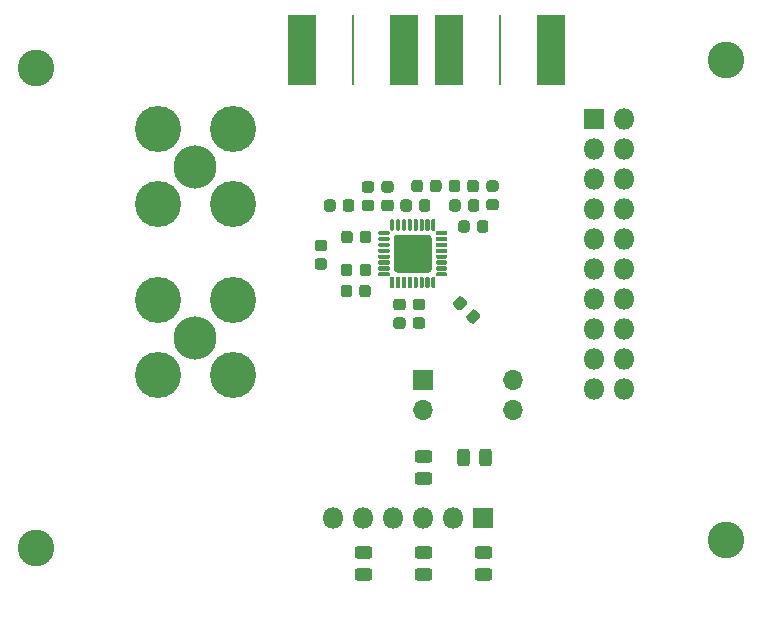
<source format=gbr>
G04 #@! TF.GenerationSoftware,KiCad,Pcbnew,(5.1.6)-1*
G04 #@! TF.CreationDate,2020-10-21T16:40:03-04:00*
G04 #@! TF.ProjectId,SAR_pcb,5341525f-7063-4622-9e6b-696361645f70,rev?*
G04 #@! TF.SameCoordinates,Original*
G04 #@! TF.FileFunction,Soldermask,Top*
G04 #@! TF.FilePolarity,Negative*
%FSLAX46Y46*%
G04 Gerber Fmt 4.6, Leading zero omitted, Abs format (unit mm)*
G04 Created by KiCad (PCBNEW (5.1.6)-1) date 2020-10-21 16:40:03*
%MOMM*%
%LPD*%
G01*
G04 APERTURE LIST*
%ADD10R,2.386000X5.942000*%
%ADD11R,0.241224X5.942000*%
%ADD12C,3.100000*%
%ADD13C,3.910000*%
%ADD14C,3.656000*%
%ADD15R,1.800000X1.800000*%
%ADD16O,1.800000X1.800000*%
%ADD17R,1.700000X1.700000*%
%ADD18O,1.700000X1.700000*%
G04 APERTURE END LIST*
G04 #@! TO.C,R7*
G36*
G01*
X141708450Y-93019700D02*
X141145950Y-93019700D01*
G75*
G02*
X140902200Y-92775950I0J243750D01*
G01*
X140902200Y-92288450D01*
G75*
G02*
X141145950Y-92044700I243750J0D01*
G01*
X141708450Y-92044700D01*
G75*
G02*
X141952200Y-92288450I0J-243750D01*
G01*
X141952200Y-92775950D01*
G75*
G02*
X141708450Y-93019700I-243750J0D01*
G01*
G37*
G36*
G01*
X141708450Y-94594700D02*
X141145950Y-94594700D01*
G75*
G02*
X140902200Y-94350950I0J243750D01*
G01*
X140902200Y-93863450D01*
G75*
G02*
X141145950Y-93619700I243750J0D01*
G01*
X141708450Y-93619700D01*
G75*
G02*
X141952200Y-93863450I0J-243750D01*
G01*
X141952200Y-94350950D01*
G75*
G02*
X141708450Y-94594700I-243750J0D01*
G01*
G37*
G04 #@! TD*
G04 #@! TO.C,R5*
G36*
G01*
X147347250Y-88066500D02*
X146784750Y-88066500D01*
G75*
G02*
X146541000Y-87822750I0J243750D01*
G01*
X146541000Y-87335250D01*
G75*
G02*
X146784750Y-87091500I243750J0D01*
G01*
X147347250Y-87091500D01*
G75*
G02*
X147591000Y-87335250I0J-243750D01*
G01*
X147591000Y-87822750D01*
G75*
G02*
X147347250Y-88066500I-243750J0D01*
G01*
G37*
G36*
G01*
X147347250Y-89641500D02*
X146784750Y-89641500D01*
G75*
G02*
X146541000Y-89397750I0J243750D01*
G01*
X146541000Y-88910250D01*
G75*
G02*
X146784750Y-88666500I243750J0D01*
G01*
X147347250Y-88666500D01*
G75*
G02*
X147591000Y-88910250I0J-243750D01*
G01*
X147591000Y-89397750D01*
G75*
G02*
X147347250Y-89641500I-243750J0D01*
G01*
G37*
G04 #@! TD*
G04 #@! TO.C,R4*
G36*
G01*
X145133750Y-88666500D02*
X145696250Y-88666500D01*
G75*
G02*
X145940000Y-88910250I0J-243750D01*
G01*
X145940000Y-89397750D01*
G75*
G02*
X145696250Y-89641500I-243750J0D01*
G01*
X145133750Y-89641500D01*
G75*
G02*
X144890000Y-89397750I0J243750D01*
G01*
X144890000Y-88910250D01*
G75*
G02*
X145133750Y-88666500I243750J0D01*
G01*
G37*
G36*
G01*
X145133750Y-87091500D02*
X145696250Y-87091500D01*
G75*
G02*
X145940000Y-87335250I0J-243750D01*
G01*
X145940000Y-87822750D01*
G75*
G02*
X145696250Y-88066500I-243750J0D01*
G01*
X145133750Y-88066500D01*
G75*
G02*
X144890000Y-87822750I0J243750D01*
G01*
X144890000Y-87335250D01*
G75*
G02*
X145133750Y-87091500I243750J0D01*
G01*
G37*
G04 #@! TD*
G04 #@! TO.C,R3*
G36*
G01*
X150668000Y-87784250D02*
X150668000Y-87221750D01*
G75*
G02*
X150911750Y-86978000I243750J0D01*
G01*
X151399250Y-86978000D01*
G75*
G02*
X151643000Y-87221750I0J-243750D01*
G01*
X151643000Y-87784250D01*
G75*
G02*
X151399250Y-88028000I-243750J0D01*
G01*
X150911750Y-88028000D01*
G75*
G02*
X150668000Y-87784250I0J243750D01*
G01*
G37*
G36*
G01*
X149093000Y-87784250D02*
X149093000Y-87221750D01*
G75*
G02*
X149336750Y-86978000I243750J0D01*
G01*
X149824250Y-86978000D01*
G75*
G02*
X150068000Y-87221750I0J-243750D01*
G01*
X150068000Y-87784250D01*
G75*
G02*
X149824250Y-88028000I-243750J0D01*
G01*
X149336750Y-88028000D01*
G75*
G02*
X149093000Y-87784250I0J243750D01*
G01*
G37*
G04 #@! TD*
G04 #@! TO.C,R2*
G36*
G01*
X153817500Y-87784250D02*
X153817500Y-87221750D01*
G75*
G02*
X154061250Y-86978000I243750J0D01*
G01*
X154548750Y-86978000D01*
G75*
G02*
X154792500Y-87221750I0J-243750D01*
G01*
X154792500Y-87784250D01*
G75*
G02*
X154548750Y-88028000I-243750J0D01*
G01*
X154061250Y-88028000D01*
G75*
G02*
X153817500Y-87784250I0J243750D01*
G01*
G37*
G36*
G01*
X152242500Y-87784250D02*
X152242500Y-87221750D01*
G75*
G02*
X152486250Y-86978000I243750J0D01*
G01*
X152973750Y-86978000D01*
G75*
G02*
X153217500Y-87221750I0J-243750D01*
G01*
X153217500Y-87784250D01*
G75*
G02*
X152973750Y-88028000I-243750J0D01*
G01*
X152486250Y-88028000D01*
G75*
G02*
X152242500Y-87784250I0J243750D01*
G01*
G37*
G04 #@! TD*
G04 #@! TO.C,R1*
G36*
G01*
X149730500Y-89435250D02*
X149730500Y-88872750D01*
G75*
G02*
X149974250Y-88629000I243750J0D01*
G01*
X150461750Y-88629000D01*
G75*
G02*
X150705500Y-88872750I0J-243750D01*
G01*
X150705500Y-89435250D01*
G75*
G02*
X150461750Y-89679000I-243750J0D01*
G01*
X149974250Y-89679000D01*
G75*
G02*
X149730500Y-89435250I0J243750D01*
G01*
G37*
G36*
G01*
X148155500Y-89435250D02*
X148155500Y-88872750D01*
G75*
G02*
X148399250Y-88629000I243750J0D01*
G01*
X148886750Y-88629000D01*
G75*
G02*
X149130500Y-88872750I0J-243750D01*
G01*
X149130500Y-89435250D01*
G75*
G02*
X148886750Y-89679000I-243750J0D01*
G01*
X148399250Y-89679000D01*
G75*
G02*
X148155500Y-89435250I0J243750D01*
G01*
G37*
G04 #@! TD*
G04 #@! TO.C,L2*
G36*
G01*
X142676500Y-88872750D02*
X142676500Y-89435250D01*
G75*
G02*
X142432750Y-89679000I-243750J0D01*
G01*
X141945250Y-89679000D01*
G75*
G02*
X141701500Y-89435250I0J243750D01*
G01*
X141701500Y-88872750D01*
G75*
G02*
X141945250Y-88629000I243750J0D01*
G01*
X142432750Y-88629000D01*
G75*
G02*
X142676500Y-88872750I0J-243750D01*
G01*
G37*
G36*
G01*
X144251500Y-88872750D02*
X144251500Y-89435250D01*
G75*
G02*
X144007750Y-89679000I-243750J0D01*
G01*
X143520250Y-89679000D01*
G75*
G02*
X143276500Y-89435250I0J243750D01*
G01*
X143276500Y-88872750D01*
G75*
G02*
X143520250Y-88629000I243750J0D01*
G01*
X144007750Y-88629000D01*
G75*
G02*
X144251500Y-88872750I0J-243750D01*
G01*
G37*
G04 #@! TD*
G04 #@! TO.C,C21*
G36*
G01*
X149451750Y-98623500D02*
X150014250Y-98623500D01*
G75*
G02*
X150258000Y-98867250I0J-243750D01*
G01*
X150258000Y-99354750D01*
G75*
G02*
X150014250Y-99598500I-243750J0D01*
G01*
X149451750Y-99598500D01*
G75*
G02*
X149208000Y-99354750I0J243750D01*
G01*
X149208000Y-98867250D01*
G75*
G02*
X149451750Y-98623500I243750J0D01*
G01*
G37*
G36*
G01*
X149451750Y-97048500D02*
X150014250Y-97048500D01*
G75*
G02*
X150258000Y-97292250I0J-243750D01*
G01*
X150258000Y-97779750D01*
G75*
G02*
X150014250Y-98023500I-243750J0D01*
G01*
X149451750Y-98023500D01*
G75*
G02*
X149208000Y-97779750I0J243750D01*
G01*
X149208000Y-97292250D01*
G75*
G02*
X149451750Y-97048500I243750J0D01*
G01*
G37*
G04 #@! TD*
G04 #@! TO.C,C20*
G36*
G01*
X153782906Y-98402253D02*
X154180654Y-98004506D01*
G75*
G02*
X154525368Y-98004506I172357J-172357D01*
G01*
X154870082Y-98349220D01*
G75*
G02*
X154870082Y-98693934I-172357J-172357D01*
G01*
X154472334Y-99091682D01*
G75*
G02*
X154127620Y-99091682I-172357J172357D01*
G01*
X153782906Y-98746968D01*
G75*
G02*
X153782906Y-98402254I172357J172357D01*
G01*
G37*
G36*
G01*
X152669212Y-97288559D02*
X153066960Y-96890812D01*
G75*
G02*
X153411674Y-96890812I172357J-172357D01*
G01*
X153756388Y-97235526D01*
G75*
G02*
X153756388Y-97580240I-172357J-172357D01*
G01*
X153358640Y-97977988D01*
G75*
G02*
X153013926Y-97977988I-172357J172357D01*
G01*
X152669212Y-97633274D01*
G75*
G02*
X152669212Y-97288560I172357J172357D01*
G01*
G37*
G04 #@! TD*
G04 #@! TO.C,C19*
G36*
G01*
X147800750Y-98623500D02*
X148363250Y-98623500D01*
G75*
G02*
X148607000Y-98867250I0J-243750D01*
G01*
X148607000Y-99354750D01*
G75*
G02*
X148363250Y-99598500I-243750J0D01*
G01*
X147800750Y-99598500D01*
G75*
G02*
X147557000Y-99354750I0J243750D01*
G01*
X147557000Y-98867250D01*
G75*
G02*
X147800750Y-98623500I243750J0D01*
G01*
G37*
G36*
G01*
X147800750Y-97048500D02*
X148363250Y-97048500D01*
G75*
G02*
X148607000Y-97292250I0J-243750D01*
G01*
X148607000Y-97779750D01*
G75*
G02*
X148363250Y-98023500I-243750J0D01*
G01*
X147800750Y-98023500D01*
G75*
G02*
X147557000Y-97779750I0J243750D01*
G01*
X147557000Y-97292250D01*
G75*
G02*
X147800750Y-97048500I243750J0D01*
G01*
G37*
G04 #@! TD*
G04 #@! TO.C,C18*
G36*
G01*
X144073500Y-96111750D02*
X144073500Y-96674250D01*
G75*
G02*
X143829750Y-96918000I-243750J0D01*
G01*
X143342250Y-96918000D01*
G75*
G02*
X143098500Y-96674250I0J243750D01*
G01*
X143098500Y-96111750D01*
G75*
G02*
X143342250Y-95868000I243750J0D01*
G01*
X143829750Y-95868000D01*
G75*
G02*
X144073500Y-96111750I0J-243750D01*
G01*
G37*
G36*
G01*
X145648500Y-96111750D02*
X145648500Y-96674250D01*
G75*
G02*
X145404750Y-96918000I-243750J0D01*
G01*
X144917250Y-96918000D01*
G75*
G02*
X144673500Y-96674250I0J243750D01*
G01*
X144673500Y-96111750D01*
G75*
G02*
X144917250Y-95868000I243750J0D01*
G01*
X145404750Y-95868000D01*
G75*
G02*
X145648500Y-96111750I0J-243750D01*
G01*
G37*
G04 #@! TD*
G04 #@! TO.C,C17*
G36*
G01*
X154630500Y-91213250D02*
X154630500Y-90650750D01*
G75*
G02*
X154874250Y-90407000I243750J0D01*
G01*
X155361750Y-90407000D01*
G75*
G02*
X155605500Y-90650750I0J-243750D01*
G01*
X155605500Y-91213250D01*
G75*
G02*
X155361750Y-91457000I-243750J0D01*
G01*
X154874250Y-91457000D01*
G75*
G02*
X154630500Y-91213250I0J243750D01*
G01*
G37*
G36*
G01*
X153055500Y-91213250D02*
X153055500Y-90650750D01*
G75*
G02*
X153299250Y-90407000I243750J0D01*
G01*
X153786750Y-90407000D01*
G75*
G02*
X154030500Y-90650750I0J-243750D01*
G01*
X154030500Y-91213250D01*
G75*
G02*
X153786750Y-91457000I-243750J0D01*
G01*
X153299250Y-91457000D01*
G75*
G02*
X153055500Y-91213250I0J243750D01*
G01*
G37*
G04 #@! TD*
G04 #@! TO.C,C15*
G36*
G01*
X144101153Y-94333750D02*
X144101153Y-94896250D01*
G75*
G02*
X143857403Y-95140000I-243750J0D01*
G01*
X143369903Y-95140000D01*
G75*
G02*
X143126153Y-94896250I0J243750D01*
G01*
X143126153Y-94333750D01*
G75*
G02*
X143369903Y-94090000I243750J0D01*
G01*
X143857403Y-94090000D01*
G75*
G02*
X144101153Y-94333750I0J-243750D01*
G01*
G37*
G36*
G01*
X145676153Y-94333750D02*
X145676153Y-94896250D01*
G75*
G02*
X145432403Y-95140000I-243750J0D01*
G01*
X144944903Y-95140000D01*
G75*
G02*
X144701153Y-94896250I0J243750D01*
G01*
X144701153Y-94333750D01*
G75*
G02*
X144944903Y-94090000I243750J0D01*
G01*
X145432403Y-94090000D01*
G75*
G02*
X145676153Y-94333750I0J-243750D01*
G01*
G37*
G04 #@! TD*
G04 #@! TO.C,C14*
G36*
G01*
X153868500Y-89435250D02*
X153868500Y-88872750D01*
G75*
G02*
X154112250Y-88629000I243750J0D01*
G01*
X154599750Y-88629000D01*
G75*
G02*
X154843500Y-88872750I0J-243750D01*
G01*
X154843500Y-89435250D01*
G75*
G02*
X154599750Y-89679000I-243750J0D01*
G01*
X154112250Y-89679000D01*
G75*
G02*
X153868500Y-89435250I0J243750D01*
G01*
G37*
G36*
G01*
X152293500Y-89435250D02*
X152293500Y-88872750D01*
G75*
G02*
X152537250Y-88629000I243750J0D01*
G01*
X153024750Y-88629000D01*
G75*
G02*
X153268500Y-88872750I0J-243750D01*
G01*
X153268500Y-89435250D01*
G75*
G02*
X153024750Y-89679000I-243750J0D01*
G01*
X152537250Y-89679000D01*
G75*
G02*
X152293500Y-89435250I0J243750D01*
G01*
G37*
G04 #@! TD*
G04 #@! TO.C,C13*
G36*
G01*
X144124500Y-91539750D02*
X144124500Y-92102250D01*
G75*
G02*
X143880750Y-92346000I-243750J0D01*
G01*
X143393250Y-92346000D01*
G75*
G02*
X143149500Y-92102250I0J243750D01*
G01*
X143149500Y-91539750D01*
G75*
G02*
X143393250Y-91296000I243750J0D01*
G01*
X143880750Y-91296000D01*
G75*
G02*
X144124500Y-91539750I0J-243750D01*
G01*
G37*
G36*
G01*
X145699500Y-91539750D02*
X145699500Y-92102250D01*
G75*
G02*
X145455750Y-92346000I-243750J0D01*
G01*
X144968250Y-92346000D01*
G75*
G02*
X144724500Y-92102250I0J243750D01*
G01*
X144724500Y-91539750D01*
G75*
G02*
X144968250Y-91296000I243750J0D01*
G01*
X145455750Y-91296000D01*
G75*
G02*
X145699500Y-91539750I0J-243750D01*
G01*
G37*
G04 #@! TD*
D10*
G04 #@! TO.C,J10*
X152273000Y-75996021D03*
X160909000Y-75996021D03*
D11*
X156591000Y-75996021D03*
G04 #@! TD*
D10*
G04 #@! TO.C,J9*
X139827000Y-75984100D03*
X148463000Y-75984100D03*
D11*
X144145000Y-75984100D03*
G04 #@! TD*
G04 #@! TO.C,C1*
G36*
G01*
X154712750Y-117983500D02*
X155675250Y-117983500D01*
G75*
G02*
X155944000Y-118252250I0J-268750D01*
G01*
X155944000Y-118789750D01*
G75*
G02*
X155675250Y-119058500I-268750J0D01*
G01*
X154712750Y-119058500D01*
G75*
G02*
X154444000Y-118789750I0J268750D01*
G01*
X154444000Y-118252250D01*
G75*
G02*
X154712750Y-117983500I268750J0D01*
G01*
G37*
G36*
G01*
X154712750Y-119858500D02*
X155675250Y-119858500D01*
G75*
G02*
X155944000Y-120127250I0J-268750D01*
G01*
X155944000Y-120664750D01*
G75*
G02*
X155675250Y-120933500I-268750J0D01*
G01*
X154712750Y-120933500D01*
G75*
G02*
X154444000Y-120664750I0J268750D01*
G01*
X154444000Y-120127250D01*
G75*
G02*
X154712750Y-119858500I268750J0D01*
G01*
G37*
G04 #@! TD*
G04 #@! TO.C,C2*
G36*
G01*
X149632750Y-119858500D02*
X150595250Y-119858500D01*
G75*
G02*
X150864000Y-120127250I0J-268750D01*
G01*
X150864000Y-120664750D01*
G75*
G02*
X150595250Y-120933500I-268750J0D01*
G01*
X149632750Y-120933500D01*
G75*
G02*
X149364000Y-120664750I0J268750D01*
G01*
X149364000Y-120127250D01*
G75*
G02*
X149632750Y-119858500I268750J0D01*
G01*
G37*
G36*
G01*
X149632750Y-117983500D02*
X150595250Y-117983500D01*
G75*
G02*
X150864000Y-118252250I0J-268750D01*
G01*
X150864000Y-118789750D01*
G75*
G02*
X150595250Y-119058500I-268750J0D01*
G01*
X149632750Y-119058500D01*
G75*
G02*
X149364000Y-118789750I0J268750D01*
G01*
X149364000Y-118252250D01*
G75*
G02*
X149632750Y-117983500I268750J0D01*
G01*
G37*
G04 #@! TD*
G04 #@! TO.C,C3*
G36*
G01*
X144552750Y-119858500D02*
X145515250Y-119858500D01*
G75*
G02*
X145784000Y-120127250I0J-268750D01*
G01*
X145784000Y-120664750D01*
G75*
G02*
X145515250Y-120933500I-268750J0D01*
G01*
X144552750Y-120933500D01*
G75*
G02*
X144284000Y-120664750I0J268750D01*
G01*
X144284000Y-120127250D01*
G75*
G02*
X144552750Y-119858500I268750J0D01*
G01*
G37*
G36*
G01*
X144552750Y-117983500D02*
X145515250Y-117983500D01*
G75*
G02*
X145784000Y-118252250I0J-268750D01*
G01*
X145784000Y-118789750D01*
G75*
G02*
X145515250Y-119058500I-268750J0D01*
G01*
X144552750Y-119058500D01*
G75*
G02*
X144284000Y-118789750I0J268750D01*
G01*
X144284000Y-118252250D01*
G75*
G02*
X144552750Y-117983500I268750J0D01*
G01*
G37*
G04 #@! TD*
G04 #@! TO.C,C16*
G36*
G01*
X154832000Y-110971250D02*
X154832000Y-110008750D01*
G75*
G02*
X155100750Y-109740000I268750J0D01*
G01*
X155638250Y-109740000D01*
G75*
G02*
X155907000Y-110008750I0J-268750D01*
G01*
X155907000Y-110971250D01*
G75*
G02*
X155638250Y-111240000I-268750J0D01*
G01*
X155100750Y-111240000D01*
G75*
G02*
X154832000Y-110971250I0J268750D01*
G01*
G37*
G36*
G01*
X152957000Y-110971250D02*
X152957000Y-110008750D01*
G75*
G02*
X153225750Y-109740000I268750J0D01*
G01*
X153763250Y-109740000D01*
G75*
G02*
X154032000Y-110008750I0J-268750D01*
G01*
X154032000Y-110971250D01*
G75*
G02*
X153763250Y-111240000I-268750J0D01*
G01*
X153225750Y-111240000D01*
G75*
G02*
X152957000Y-110971250I0J268750D01*
G01*
G37*
G04 #@! TD*
D12*
G04 #@! TO.C,H1*
X117348000Y-77470000D03*
G04 #@! TD*
G04 #@! TO.C,H2*
X117348000Y-118110000D03*
G04 #@! TD*
G04 #@! TO.C,H3*
X175768000Y-76835000D03*
G04 #@! TD*
G04 #@! TO.C,H4*
X175768000Y-117475000D03*
G04 #@! TD*
D13*
G04 #@! TO.C,J1*
X127635000Y-82715100D03*
D14*
X130810000Y-85890100D03*
D13*
X133985000Y-82715100D03*
X127635000Y-89065100D03*
X133985000Y-89065100D03*
G04 #@! TD*
G04 #@! TO.C,J2*
X133985000Y-103505000D03*
X127635000Y-103505000D03*
X133985000Y-97155000D03*
D14*
X130810000Y-100330000D03*
D13*
X127635000Y-97155000D03*
G04 #@! TD*
D15*
G04 #@! TO.C,J3*
X164592000Y-81788000D03*
D16*
X167132000Y-81788000D03*
X164592000Y-84328000D03*
X167132000Y-84328000D03*
X164592000Y-86868000D03*
X167132000Y-86868000D03*
X164592000Y-89408000D03*
X167132000Y-89408000D03*
X164592000Y-91948000D03*
X167132000Y-91948000D03*
X164592000Y-94488000D03*
X167132000Y-94488000D03*
X164592000Y-97028000D03*
X167132000Y-97028000D03*
X164592000Y-99568000D03*
X167132000Y-99568000D03*
X164592000Y-102108000D03*
X167132000Y-102108000D03*
X164592000Y-104648000D03*
X167132000Y-104648000D03*
G04 #@! TD*
D15*
G04 #@! TO.C,J4*
X155194000Y-115570000D03*
D16*
X152654000Y-115570000D03*
X150114000Y-115570000D03*
X147574000Y-115570000D03*
X145034000Y-115570000D03*
X142494000Y-115570000D03*
G04 #@! TD*
G04 #@! TO.C,L1*
G36*
G01*
X155674750Y-87015500D02*
X156237250Y-87015500D01*
G75*
G02*
X156481000Y-87259250I0J-243750D01*
G01*
X156481000Y-87746750D01*
G75*
G02*
X156237250Y-87990500I-243750J0D01*
G01*
X155674750Y-87990500D01*
G75*
G02*
X155431000Y-87746750I0J243750D01*
G01*
X155431000Y-87259250D01*
G75*
G02*
X155674750Y-87015500I243750J0D01*
G01*
G37*
G36*
G01*
X155674750Y-88590500D02*
X156237250Y-88590500D01*
G75*
G02*
X156481000Y-88834250I0J-243750D01*
G01*
X156481000Y-89321750D01*
G75*
G02*
X156237250Y-89565500I-243750J0D01*
G01*
X155674750Y-89565500D01*
G75*
G02*
X155431000Y-89321750I0J243750D01*
G01*
X155431000Y-88834250D01*
G75*
G02*
X155674750Y-88590500I243750J0D01*
G01*
G37*
G04 #@! TD*
G04 #@! TO.C,R6*
G36*
G01*
X150595250Y-112805500D02*
X149632750Y-112805500D01*
G75*
G02*
X149364000Y-112536750I0J268750D01*
G01*
X149364000Y-111999250D01*
G75*
G02*
X149632750Y-111730500I268750J0D01*
G01*
X150595250Y-111730500D01*
G75*
G02*
X150864000Y-111999250I0J-268750D01*
G01*
X150864000Y-112536750D01*
G75*
G02*
X150595250Y-112805500I-268750J0D01*
G01*
G37*
G36*
G01*
X150595250Y-110930500D02*
X149632750Y-110930500D01*
G75*
G02*
X149364000Y-110661750I0J268750D01*
G01*
X149364000Y-110124250D01*
G75*
G02*
X149632750Y-109855500I268750J0D01*
G01*
X150595250Y-109855500D01*
G75*
G02*
X150864000Y-110124250I0J-268750D01*
G01*
X150864000Y-110661750D01*
G75*
G02*
X150595250Y-110930500I-268750J0D01*
G01*
G37*
G04 #@! TD*
D17*
G04 #@! TO.C,SW1*
X150114000Y-103886000D03*
D18*
X157734000Y-106426000D03*
X150114000Y-106426000D03*
X157734000Y-103886000D03*
G04 #@! TD*
G04 #@! TO.C,U2*
G36*
G01*
X147604680Y-94575177D02*
X147604680Y-91891303D01*
G75*
G02*
X147862743Y-91633240I258063J0D01*
G01*
X150546617Y-91633240D01*
G75*
G02*
X150804680Y-91891303I0J-258063D01*
G01*
X150804680Y-94575177D01*
G75*
G02*
X150546617Y-94833240I-258063J0D01*
G01*
X147862743Y-94833240D01*
G75*
G02*
X147604680Y-94575177I0J258063D01*
G01*
G37*
G36*
G01*
X146279680Y-91570740D02*
X146279680Y-91395740D01*
G75*
G02*
X146367180Y-91308240I87500J0D01*
G01*
X147167180Y-91308240D01*
G75*
G02*
X147254680Y-91395740I0J-87500D01*
G01*
X147254680Y-91570740D01*
G75*
G02*
X147167180Y-91658240I-87500J0D01*
G01*
X146367180Y-91658240D01*
G75*
G02*
X146279680Y-91570740I0J87500D01*
G01*
G37*
G36*
G01*
X146279680Y-92070740D02*
X146279680Y-91895740D01*
G75*
G02*
X146367180Y-91808240I87500J0D01*
G01*
X147167180Y-91808240D01*
G75*
G02*
X147254680Y-91895740I0J-87500D01*
G01*
X147254680Y-92070740D01*
G75*
G02*
X147167180Y-92158240I-87500J0D01*
G01*
X146367180Y-92158240D01*
G75*
G02*
X146279680Y-92070740I0J87500D01*
G01*
G37*
G36*
G01*
X146279680Y-92570740D02*
X146279680Y-92395740D01*
G75*
G02*
X146367180Y-92308240I87500J0D01*
G01*
X147167180Y-92308240D01*
G75*
G02*
X147254680Y-92395740I0J-87500D01*
G01*
X147254680Y-92570740D01*
G75*
G02*
X147167180Y-92658240I-87500J0D01*
G01*
X146367180Y-92658240D01*
G75*
G02*
X146279680Y-92570740I0J87500D01*
G01*
G37*
G36*
G01*
X146279680Y-93070740D02*
X146279680Y-92895740D01*
G75*
G02*
X146367180Y-92808240I87500J0D01*
G01*
X147167180Y-92808240D01*
G75*
G02*
X147254680Y-92895740I0J-87500D01*
G01*
X147254680Y-93070740D01*
G75*
G02*
X147167180Y-93158240I-87500J0D01*
G01*
X146367180Y-93158240D01*
G75*
G02*
X146279680Y-93070740I0J87500D01*
G01*
G37*
G36*
G01*
X146279680Y-93570740D02*
X146279680Y-93395740D01*
G75*
G02*
X146367180Y-93308240I87500J0D01*
G01*
X147167180Y-93308240D01*
G75*
G02*
X147254680Y-93395740I0J-87500D01*
G01*
X147254680Y-93570740D01*
G75*
G02*
X147167180Y-93658240I-87500J0D01*
G01*
X146367180Y-93658240D01*
G75*
G02*
X146279680Y-93570740I0J87500D01*
G01*
G37*
G36*
G01*
X146279680Y-94070740D02*
X146279680Y-93895740D01*
G75*
G02*
X146367180Y-93808240I87500J0D01*
G01*
X147167180Y-93808240D01*
G75*
G02*
X147254680Y-93895740I0J-87500D01*
G01*
X147254680Y-94070740D01*
G75*
G02*
X147167180Y-94158240I-87500J0D01*
G01*
X146367180Y-94158240D01*
G75*
G02*
X146279680Y-94070740I0J87500D01*
G01*
G37*
G36*
G01*
X146279680Y-94570740D02*
X146279680Y-94395740D01*
G75*
G02*
X146367180Y-94308240I87500J0D01*
G01*
X147167180Y-94308240D01*
G75*
G02*
X147254680Y-94395740I0J-87500D01*
G01*
X147254680Y-94570740D01*
G75*
G02*
X147167180Y-94658240I-87500J0D01*
G01*
X146367180Y-94658240D01*
G75*
G02*
X146279680Y-94570740I0J87500D01*
G01*
G37*
G36*
G01*
X146279680Y-95070740D02*
X146279680Y-94895740D01*
G75*
G02*
X146367180Y-94808240I87500J0D01*
G01*
X147167180Y-94808240D01*
G75*
G02*
X147254680Y-94895740I0J-87500D01*
G01*
X147254680Y-95070740D01*
G75*
G02*
X147167180Y-95158240I-87500J0D01*
G01*
X146367180Y-95158240D01*
G75*
G02*
X146279680Y-95070740I0J87500D01*
G01*
G37*
G36*
G01*
X147279680Y-96070740D02*
X147279680Y-95270740D01*
G75*
G02*
X147367180Y-95183240I87500J0D01*
G01*
X147542180Y-95183240D01*
G75*
G02*
X147629680Y-95270740I0J-87500D01*
G01*
X147629680Y-96070740D01*
G75*
G02*
X147542180Y-96158240I-87500J0D01*
G01*
X147367180Y-96158240D01*
G75*
G02*
X147279680Y-96070740I0J87500D01*
G01*
G37*
G36*
G01*
X147779680Y-96070740D02*
X147779680Y-95270740D01*
G75*
G02*
X147867180Y-95183240I87500J0D01*
G01*
X148042180Y-95183240D01*
G75*
G02*
X148129680Y-95270740I0J-87500D01*
G01*
X148129680Y-96070740D01*
G75*
G02*
X148042180Y-96158240I-87500J0D01*
G01*
X147867180Y-96158240D01*
G75*
G02*
X147779680Y-96070740I0J87500D01*
G01*
G37*
G36*
G01*
X148279680Y-96070740D02*
X148279680Y-95270740D01*
G75*
G02*
X148367180Y-95183240I87500J0D01*
G01*
X148542180Y-95183240D01*
G75*
G02*
X148629680Y-95270740I0J-87500D01*
G01*
X148629680Y-96070740D01*
G75*
G02*
X148542180Y-96158240I-87500J0D01*
G01*
X148367180Y-96158240D01*
G75*
G02*
X148279680Y-96070740I0J87500D01*
G01*
G37*
G36*
G01*
X148779680Y-96070740D02*
X148779680Y-95270740D01*
G75*
G02*
X148867180Y-95183240I87500J0D01*
G01*
X149042180Y-95183240D01*
G75*
G02*
X149129680Y-95270740I0J-87500D01*
G01*
X149129680Y-96070740D01*
G75*
G02*
X149042180Y-96158240I-87500J0D01*
G01*
X148867180Y-96158240D01*
G75*
G02*
X148779680Y-96070740I0J87500D01*
G01*
G37*
G36*
G01*
X149279680Y-96070740D02*
X149279680Y-95270740D01*
G75*
G02*
X149367180Y-95183240I87500J0D01*
G01*
X149542180Y-95183240D01*
G75*
G02*
X149629680Y-95270740I0J-87500D01*
G01*
X149629680Y-96070740D01*
G75*
G02*
X149542180Y-96158240I-87500J0D01*
G01*
X149367180Y-96158240D01*
G75*
G02*
X149279680Y-96070740I0J87500D01*
G01*
G37*
G36*
G01*
X149779680Y-96070740D02*
X149779680Y-95270740D01*
G75*
G02*
X149867180Y-95183240I87500J0D01*
G01*
X150042180Y-95183240D01*
G75*
G02*
X150129680Y-95270740I0J-87500D01*
G01*
X150129680Y-96070740D01*
G75*
G02*
X150042180Y-96158240I-87500J0D01*
G01*
X149867180Y-96158240D01*
G75*
G02*
X149779680Y-96070740I0J87500D01*
G01*
G37*
G36*
G01*
X150279680Y-96070740D02*
X150279680Y-95270740D01*
G75*
G02*
X150367180Y-95183240I87500J0D01*
G01*
X150542180Y-95183240D01*
G75*
G02*
X150629680Y-95270740I0J-87500D01*
G01*
X150629680Y-96070740D01*
G75*
G02*
X150542180Y-96158240I-87500J0D01*
G01*
X150367180Y-96158240D01*
G75*
G02*
X150279680Y-96070740I0J87500D01*
G01*
G37*
G36*
G01*
X150779680Y-96070740D02*
X150779680Y-95270740D01*
G75*
G02*
X150867180Y-95183240I87500J0D01*
G01*
X151042180Y-95183240D01*
G75*
G02*
X151129680Y-95270740I0J-87500D01*
G01*
X151129680Y-96070740D01*
G75*
G02*
X151042180Y-96158240I-87500J0D01*
G01*
X150867180Y-96158240D01*
G75*
G02*
X150779680Y-96070740I0J87500D01*
G01*
G37*
G36*
G01*
X151154680Y-95070740D02*
X151154680Y-94895740D01*
G75*
G02*
X151242180Y-94808240I87500J0D01*
G01*
X152042180Y-94808240D01*
G75*
G02*
X152129680Y-94895740I0J-87500D01*
G01*
X152129680Y-95070740D01*
G75*
G02*
X152042180Y-95158240I-87500J0D01*
G01*
X151242180Y-95158240D01*
G75*
G02*
X151154680Y-95070740I0J87500D01*
G01*
G37*
G36*
G01*
X151154680Y-94570740D02*
X151154680Y-94395740D01*
G75*
G02*
X151242180Y-94308240I87500J0D01*
G01*
X152042180Y-94308240D01*
G75*
G02*
X152129680Y-94395740I0J-87500D01*
G01*
X152129680Y-94570740D01*
G75*
G02*
X152042180Y-94658240I-87500J0D01*
G01*
X151242180Y-94658240D01*
G75*
G02*
X151154680Y-94570740I0J87500D01*
G01*
G37*
G36*
G01*
X151154680Y-94070740D02*
X151154680Y-93895740D01*
G75*
G02*
X151242180Y-93808240I87500J0D01*
G01*
X152042180Y-93808240D01*
G75*
G02*
X152129680Y-93895740I0J-87500D01*
G01*
X152129680Y-94070740D01*
G75*
G02*
X152042180Y-94158240I-87500J0D01*
G01*
X151242180Y-94158240D01*
G75*
G02*
X151154680Y-94070740I0J87500D01*
G01*
G37*
G36*
G01*
X151154680Y-93570740D02*
X151154680Y-93395740D01*
G75*
G02*
X151242180Y-93308240I87500J0D01*
G01*
X152042180Y-93308240D01*
G75*
G02*
X152129680Y-93395740I0J-87500D01*
G01*
X152129680Y-93570740D01*
G75*
G02*
X152042180Y-93658240I-87500J0D01*
G01*
X151242180Y-93658240D01*
G75*
G02*
X151154680Y-93570740I0J87500D01*
G01*
G37*
G36*
G01*
X151154680Y-93070740D02*
X151154680Y-92895740D01*
G75*
G02*
X151242180Y-92808240I87500J0D01*
G01*
X152042180Y-92808240D01*
G75*
G02*
X152129680Y-92895740I0J-87500D01*
G01*
X152129680Y-93070740D01*
G75*
G02*
X152042180Y-93158240I-87500J0D01*
G01*
X151242180Y-93158240D01*
G75*
G02*
X151154680Y-93070740I0J87500D01*
G01*
G37*
G36*
G01*
X151154680Y-92570740D02*
X151154680Y-92395740D01*
G75*
G02*
X151242180Y-92308240I87500J0D01*
G01*
X152042180Y-92308240D01*
G75*
G02*
X152129680Y-92395740I0J-87500D01*
G01*
X152129680Y-92570740D01*
G75*
G02*
X152042180Y-92658240I-87500J0D01*
G01*
X151242180Y-92658240D01*
G75*
G02*
X151154680Y-92570740I0J87500D01*
G01*
G37*
G36*
G01*
X151154680Y-92070740D02*
X151154680Y-91895740D01*
G75*
G02*
X151242180Y-91808240I87500J0D01*
G01*
X152042180Y-91808240D01*
G75*
G02*
X152129680Y-91895740I0J-87500D01*
G01*
X152129680Y-92070740D01*
G75*
G02*
X152042180Y-92158240I-87500J0D01*
G01*
X151242180Y-92158240D01*
G75*
G02*
X151154680Y-92070740I0J87500D01*
G01*
G37*
G36*
G01*
X151154680Y-91570740D02*
X151154680Y-91395740D01*
G75*
G02*
X151242180Y-91308240I87500J0D01*
G01*
X152042180Y-91308240D01*
G75*
G02*
X152129680Y-91395740I0J-87500D01*
G01*
X152129680Y-91570740D01*
G75*
G02*
X152042180Y-91658240I-87500J0D01*
G01*
X151242180Y-91658240D01*
G75*
G02*
X151154680Y-91570740I0J87500D01*
G01*
G37*
G36*
G01*
X150779680Y-91195740D02*
X150779680Y-90395740D01*
G75*
G02*
X150867180Y-90308240I87500J0D01*
G01*
X151042180Y-90308240D01*
G75*
G02*
X151129680Y-90395740I0J-87500D01*
G01*
X151129680Y-91195740D01*
G75*
G02*
X151042180Y-91283240I-87500J0D01*
G01*
X150867180Y-91283240D01*
G75*
G02*
X150779680Y-91195740I0J87500D01*
G01*
G37*
G36*
G01*
X150279680Y-91195740D02*
X150279680Y-90395740D01*
G75*
G02*
X150367180Y-90308240I87500J0D01*
G01*
X150542180Y-90308240D01*
G75*
G02*
X150629680Y-90395740I0J-87500D01*
G01*
X150629680Y-91195740D01*
G75*
G02*
X150542180Y-91283240I-87500J0D01*
G01*
X150367180Y-91283240D01*
G75*
G02*
X150279680Y-91195740I0J87500D01*
G01*
G37*
G36*
G01*
X149779680Y-91195740D02*
X149779680Y-90395740D01*
G75*
G02*
X149867180Y-90308240I87500J0D01*
G01*
X150042180Y-90308240D01*
G75*
G02*
X150129680Y-90395740I0J-87500D01*
G01*
X150129680Y-91195740D01*
G75*
G02*
X150042180Y-91283240I-87500J0D01*
G01*
X149867180Y-91283240D01*
G75*
G02*
X149779680Y-91195740I0J87500D01*
G01*
G37*
G36*
G01*
X149279680Y-91195740D02*
X149279680Y-90395740D01*
G75*
G02*
X149367180Y-90308240I87500J0D01*
G01*
X149542180Y-90308240D01*
G75*
G02*
X149629680Y-90395740I0J-87500D01*
G01*
X149629680Y-91195740D01*
G75*
G02*
X149542180Y-91283240I-87500J0D01*
G01*
X149367180Y-91283240D01*
G75*
G02*
X149279680Y-91195740I0J87500D01*
G01*
G37*
G36*
G01*
X148779680Y-91195740D02*
X148779680Y-90395740D01*
G75*
G02*
X148867180Y-90308240I87500J0D01*
G01*
X149042180Y-90308240D01*
G75*
G02*
X149129680Y-90395740I0J-87500D01*
G01*
X149129680Y-91195740D01*
G75*
G02*
X149042180Y-91283240I-87500J0D01*
G01*
X148867180Y-91283240D01*
G75*
G02*
X148779680Y-91195740I0J87500D01*
G01*
G37*
G36*
G01*
X148279680Y-91195740D02*
X148279680Y-90395740D01*
G75*
G02*
X148367180Y-90308240I87500J0D01*
G01*
X148542180Y-90308240D01*
G75*
G02*
X148629680Y-90395740I0J-87500D01*
G01*
X148629680Y-91195740D01*
G75*
G02*
X148542180Y-91283240I-87500J0D01*
G01*
X148367180Y-91283240D01*
G75*
G02*
X148279680Y-91195740I0J87500D01*
G01*
G37*
G36*
G01*
X147779680Y-91195740D02*
X147779680Y-90395740D01*
G75*
G02*
X147867180Y-90308240I87500J0D01*
G01*
X148042180Y-90308240D01*
G75*
G02*
X148129680Y-90395740I0J-87500D01*
G01*
X148129680Y-91195740D01*
G75*
G02*
X148042180Y-91283240I-87500J0D01*
G01*
X147867180Y-91283240D01*
G75*
G02*
X147779680Y-91195740I0J87500D01*
G01*
G37*
G36*
G01*
X147279680Y-91195740D02*
X147279680Y-90395740D01*
G75*
G02*
X147367180Y-90308240I87500J0D01*
G01*
X147542180Y-90308240D01*
G75*
G02*
X147629680Y-90395740I0J-87500D01*
G01*
X147629680Y-91195740D01*
G75*
G02*
X147542180Y-91283240I-87500J0D01*
G01*
X147367180Y-91283240D01*
G75*
G02*
X147279680Y-91195740I0J87500D01*
G01*
G37*
G04 #@! TD*
M02*

</source>
